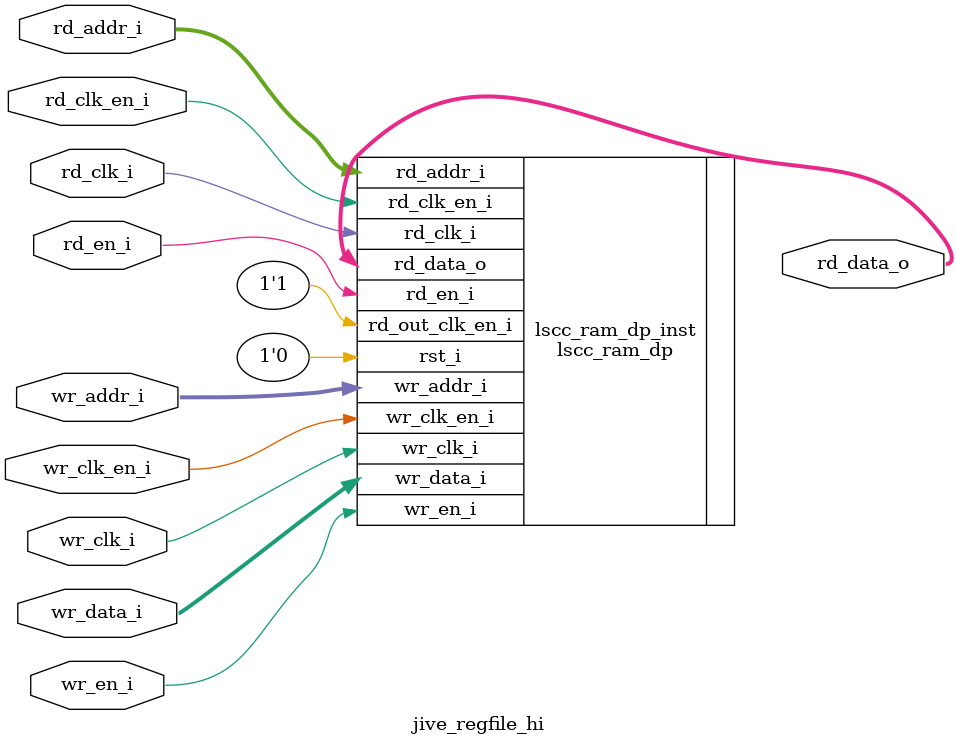
<source format=v>
/*******************************************************************************
    Verilog netlist generated by IPGEN Radiant
    Soft IP Version: 1.0.0
    Mon Nov 26 06:43:26 2018
*******************************************************************************/
/*******************************************************************************
    Include IP core template files.
*******************************************************************************/
`include "core/lscc_ram_dp.v"
/*******************************************************************************
    Wrapper Module generated per user settings.
*******************************************************************************/
module jive_regfile_hi (wr_clk_i, rd_clk_i, wr_clk_en_i, rd_en_i, rd_clk_en_i,
    wr_en_i, wr_data_i, wr_addr_i, rd_addr_i, rd_data_o);
    input  wr_clk_i;
    input  rd_clk_i;
    input  wr_clk_en_i;
    input  rd_en_i;
    input  rd_clk_en_i;
    input  wr_en_i;
    input  [15:0]  wr_data_i;
    input  [7:0]  wr_addr_i;
    input  [7:0]  rd_addr_i;
    output  [15:0]  rd_data_o;
    lscc_ram_dp #(.WADDR_DEPTH(256),
        .WDATA_WIDTH(16),
        .RADDR_DEPTH(256),
        .RDATA_WIDTH(16),
        .WADDR_WIDTH(8),
        .REGMODE("noreg"),
        .RADDR_WIDTH(8),
        .RESETMODE("sync"),
        .INIT_MODE("mem_file"),
        .INIT_FILE("misc/jive_regfile_hi_copy.mem"),
        .INIT_FILE_FORMAT("hex"))
    lscc_ram_dp_inst(.wr_clk_i(wr_clk_i),
        .rd_clk_i(rd_clk_i),
        .rst_i(1'b0),
        .wr_clk_en_i(wr_clk_en_i),
        .rd_en_i(rd_en_i),
        .rd_clk_en_i(rd_clk_en_i),
        .rd_out_clk_en_i(1'b1),
        .wr_en_i(wr_en_i),
        .wr_data_i(wr_data_i),
        .wr_addr_i(wr_addr_i),
        .rd_addr_i(rd_addr_i),
        .rd_data_o(rd_data_o));
endmodule
</source>
